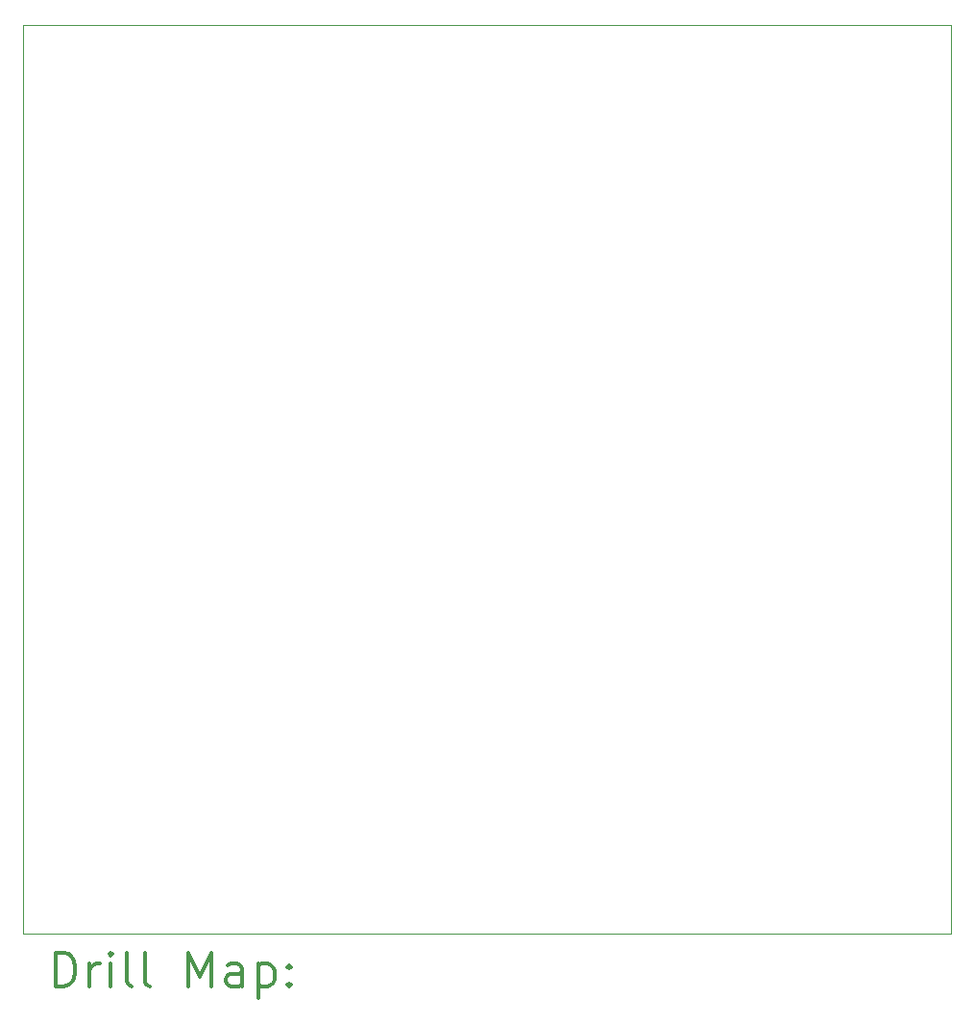
<source format=gbr>
%FSLAX45Y45*%
G04 Gerber Fmt 4.5, Leading zero omitted, Abs format (unit mm)*
G04 Created by KiCad (PCBNEW (5.1.10)-1) date 2021-11-13 18:45:40*
%MOMM*%
%LPD*%
G01*
G04 APERTURE LIST*
%TA.AperFunction,Profile*%
%ADD10C,0.050000*%
%TD*%
%ADD11C,0.200000*%
%ADD12C,0.300000*%
G04 APERTURE END LIST*
D10*
X5842000Y-4445000D02*
X14020800Y-4445000D01*
X5842000Y-12446000D02*
X5842000Y-4445000D01*
X14020800Y-12446000D02*
X14020800Y-4445000D01*
X5842000Y-12446000D02*
X14020800Y-12446000D01*
D11*
D12*
X6125928Y-12914214D02*
X6125928Y-12614214D01*
X6197357Y-12614214D01*
X6240214Y-12628500D01*
X6268786Y-12657071D01*
X6283071Y-12685643D01*
X6297357Y-12742786D01*
X6297357Y-12785643D01*
X6283071Y-12842786D01*
X6268786Y-12871357D01*
X6240214Y-12899929D01*
X6197357Y-12914214D01*
X6125928Y-12914214D01*
X6425928Y-12914214D02*
X6425928Y-12714214D01*
X6425928Y-12771357D02*
X6440214Y-12742786D01*
X6454500Y-12728500D01*
X6483071Y-12714214D01*
X6511643Y-12714214D01*
X6611643Y-12914214D02*
X6611643Y-12714214D01*
X6611643Y-12614214D02*
X6597357Y-12628500D01*
X6611643Y-12642786D01*
X6625928Y-12628500D01*
X6611643Y-12614214D01*
X6611643Y-12642786D01*
X6797357Y-12914214D02*
X6768786Y-12899929D01*
X6754500Y-12871357D01*
X6754500Y-12614214D01*
X6954500Y-12914214D02*
X6925928Y-12899929D01*
X6911643Y-12871357D01*
X6911643Y-12614214D01*
X7297357Y-12914214D02*
X7297357Y-12614214D01*
X7397357Y-12828500D01*
X7497357Y-12614214D01*
X7497357Y-12914214D01*
X7768786Y-12914214D02*
X7768786Y-12757071D01*
X7754500Y-12728500D01*
X7725928Y-12714214D01*
X7668786Y-12714214D01*
X7640214Y-12728500D01*
X7768786Y-12899929D02*
X7740214Y-12914214D01*
X7668786Y-12914214D01*
X7640214Y-12899929D01*
X7625928Y-12871357D01*
X7625928Y-12842786D01*
X7640214Y-12814214D01*
X7668786Y-12799929D01*
X7740214Y-12799929D01*
X7768786Y-12785643D01*
X7911643Y-12714214D02*
X7911643Y-13014214D01*
X7911643Y-12728500D02*
X7940214Y-12714214D01*
X7997357Y-12714214D01*
X8025928Y-12728500D01*
X8040214Y-12742786D01*
X8054500Y-12771357D01*
X8054500Y-12857071D01*
X8040214Y-12885643D01*
X8025928Y-12899929D01*
X7997357Y-12914214D01*
X7940214Y-12914214D01*
X7911643Y-12899929D01*
X8183071Y-12885643D02*
X8197357Y-12899929D01*
X8183071Y-12914214D01*
X8168786Y-12899929D01*
X8183071Y-12885643D01*
X8183071Y-12914214D01*
X8183071Y-12728500D02*
X8197357Y-12742786D01*
X8183071Y-12757071D01*
X8168786Y-12742786D01*
X8183071Y-12728500D01*
X8183071Y-12757071D01*
M02*

</source>
